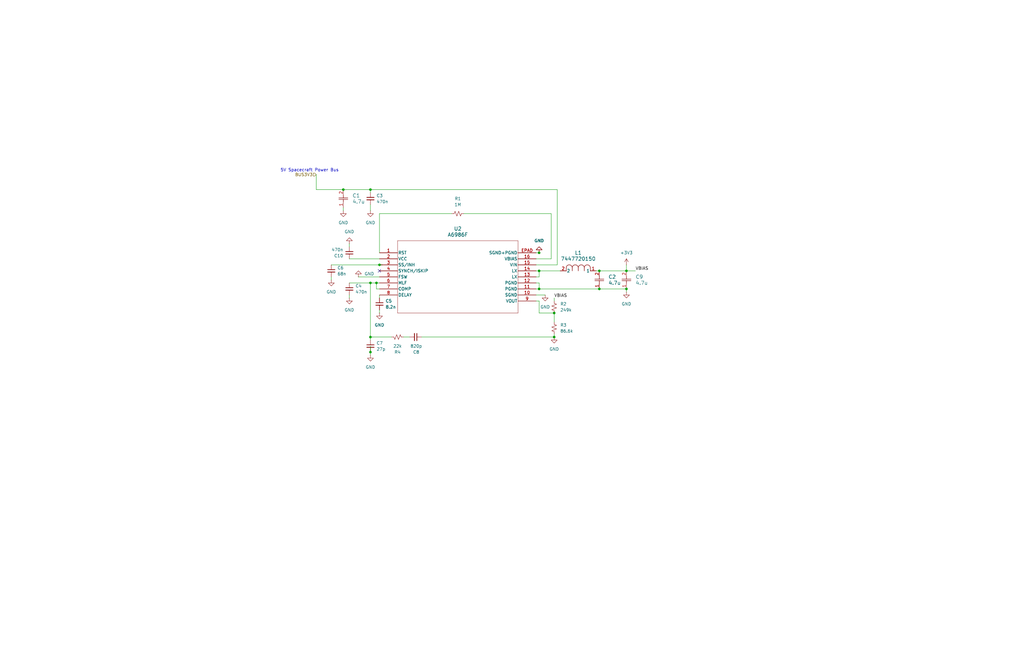
<source format=kicad_sch>
(kicad_sch (version 20231120) (generator "eeschema") (generator_version "8.0")
  (paper "USLedger")
  (lib_symbols
    (symbol "A6986F:A6986F" (pin_names (offset 0.254))
      (property "Reference" "U" (at 33.02 10.16 0))
      (property "Value" "A6986F" (at 33.02 7.62 0))
      (symbol "A6986F_0_1"
        (polyline (pts (xy 7.62 -25.4) (xy 58.42 -25.4)) (stroke (width 0.127)))
        (polyline (pts (xy 7.62 5.08) (xy 7.62 -25.4)) (stroke (width 0.127)))
        (polyline (pts (xy 58.42 -25.4) (xy 58.42 5.08)) (stroke (width 0.127)))
        (polyline (pts (xy 58.42 5.08) (xy 7.62 5.08)) (stroke (width 0.127)))
        (pin unspecified line (at 0 0 0) (length 7.62) (name "RST") (number "1"))
        (pin power_out line (at 66.04 -17.78 180) (length 7.62) (name "SGND") (number "10"))
        (pin power_out line (at 66.04 -15.24 180) (length 7.62) (name "PGND") (number "11"))
        (pin unspecified line (at 66.04 -10.16 180) (length 7.62) (name "LX") (number "13"))
        (pin unspecified line (at 66.04 -7.62 180) (length 7.62) (name "LX") (number "14"))
        (pin unspecified line (at 66.04 -5.08 180) (length 7.62) (name "VIN") (number "15"))
        (pin unspecified line (at 66.04 -2.54 180) (length 7.62) (name "VBIAS") (number "16"))
        (pin unspecified line (at 0 -5.08 0) (length 7.62) (name "SS/INH") (number "3"))
        (pin unspecified line (at 0 -7.62 0) (length 7.62) (name "SYNCH/ISKIP") (number "4"))
        (pin unspecified line (at 0 -10.16 0) (length 7.62) (name "FSW") (number "5"))
        (pin unspecified line (at 0 -12.7 0) (length 7.62) (name "MLF") (number "6"))
        (pin unspecified line (at 0 -15.24 0) (length 7.62) (name "COMP") (number "7"))
        (pin unspecified line (at 0 -17.78 0) (length 7.62) (name "DELAY") (number "8"))
        (pin output line (at 66.04 -20.32 180) (length 7.62) (name "VOUT") (number "9"))
      )
      (symbol "A6986F_1_1"
        (pin passive line (at 66.04 -12.7 180) (length 7.62) (name "PGND") (number "12"))
        (pin passive line (at 0 -2.54 0) (length 7.62) (name "VCC") (number "2"))
        (pin passive line (at 66.04 0 180) (length 7.62) (name "SGND+PGND") (number "EPAD"))
      )
    )
    (symbol "Cin:GRM219R61A475KE34D" (pin_names (offset 0.254))
      (property "Reference" "C" (at 3.81 3.81 0))
      (property "Value" "GRM219R61A475KE34D" (at 3.81 -3.81 0))
      (symbol "GRM219R61A475KE34D_1_1"
        (polyline (pts (xy 2.54 0) (xy 3.4798 0)) (stroke (width 0.2032)))
        (polyline (pts (xy 3.4798 -1.905) (xy 3.4798 1.905)) (stroke (width 0.2032)))
        (polyline (pts (xy 4.1148 -1.905) (xy 4.1148 1.905)) (stroke (width 0.2032)))
        (polyline (pts (xy 4.1148 0) (xy 5.08 0)) (stroke (width 0.2032)))
        (pin passive line (at 0 0 0) (length 2.54) (name "") (number "1"))
        (pin passive line (at 7.62 0 180) (length 2.54) (name "") (number "2"))
      )
      (symbol "GRM219R61A475KE34D_1_2"
        (polyline (pts (xy -1.905 -4.1148) (xy 1.905 -4.1148)) (stroke (width 0.2032)))
        (polyline (pts (xy -1.905 -3.4798) (xy 1.905 -3.4798)) (stroke (width 0.2032)))
        (polyline (pts (xy 0 -4.1148) (xy 0 -5.08)) (stroke (width 0.2032)))
        (polyline (pts (xy 0 -2.54) (xy 0 -3.4798)) (stroke (width 0.2032)))
        (pin unspecified line (at 0 0 270) (length 2.54) (name "") (number "1"))
        (pin unspecified line (at 0 -7.62 90) (length 2.54) (name "") (number "2"))
      )
    )
    (symbol "Cout:GRM155R60J475ME87D" (pin_names (offset 0.254))
      (property "Reference" "C" (at 3.81 3.81 0))
      (property "Value" "GRM155R60J475ME87D" (at 3.81 -3.81 0))
      (symbol "GRM155R60J475ME87D_1_1"
        (polyline (pts (xy 2.54 0) (xy 3.4798 0)) (stroke (width 0.2032)))
        (polyline (pts (xy 3.4798 -1.905) (xy 3.4798 1.905)) (stroke (width 0.2032)))
        (polyline (pts (xy 4.1148 -1.905) (xy 4.1148 1.905)) (stroke (width 0.2032)))
        (polyline (pts (xy 4.1148 0) (xy 5.08 0)) (stroke (width 0.2032)))
        (pin unspecified line (at 0 0 0) (length 2.54) (name "") (number "1"))
        (pin unspecified line (at 7.62 0 180) (length 2.54) (name "") (number "2"))
      )
      (symbol "GRM155R60J475ME87D_1_2"
        (polyline (pts (xy -1.905 -4.1148) (xy 1.905 -4.1148)) (stroke (width 0.2032)))
        (polyline (pts (xy -1.905 -3.4798) (xy 1.905 -3.4798)) (stroke (width 0.2032)))
        (polyline (pts (xy 0 -4.1148) (xy 0 -5.08)) (stroke (width 0.2032)))
        (polyline (pts (xy 0 -2.54) (xy 0 -3.4798)) (stroke (width 0.2032)))
        (pin unspecified line (at 0 0 270) (length 2.54) (name "") (number "1"))
        (pin unspecified line (at 0 -7.62 90) (length 2.54) (name "") (number "2"))
      )
    )
    (symbol "Device:C_Small" (pin_numbers hide) (pin_names (offset 0.254) hide)
      (property "Reference" "C" (at 0.254 1.778 0))
      (property "Value" "C_Small" (at 0.254 -2.032 0))
      (symbol "C_Small_0_1"
        (polyline (pts (xy -1.524 -0.508) (xy 1.524 -0.508)) (stroke (width 0.3302)))
        (polyline (pts (xy -1.524 0.508) (xy 1.524 0.508)) (stroke (width 0.3048)))
      )
      (symbol "C_Small_1_1"
        (pin passive line (at 0 2.54 270) (length 2.032) (name "~") (number "1"))
        (pin passive line (at 0 -2.54 90) (length 2.032) (name "~") (number "2"))
      )
    )
    (symbol "Device:R_Small_US" (pin_numbers hide) (pin_names (offset 0.254) hide)
      (property "Reference" "R" (at 0.762 0.508 0))
      (property "Value" "R_Small_US" (at 0.762 -1.016 0))
      (symbol "R_Small_US_1_1"
        (polyline (pts (xy 0 0) (xy 1.016 -0.381) (xy 0 -0.762) (xy -1.016 -1.143) (xy 0 -1.524)))
        (polyline (pts (xy 0 1.524) (xy 1.016 1.143) (xy 0 0.762) (xy -1.016 0.381) (xy 0 0)))
        (pin passive line (at 0 2.54 270) (length 1.016) (name "~") (number "1"))
        (pin passive line (at 0 -2.54 90) (length 1.016) (name "~") (number "2"))
      )
    )
    (symbol "L1:7447720150" (pin_names (offset 0.254))
      (property "Reference" "L" (at 6.985 5.08 0))
      (property "Value" "7447720150" (at 6.985 -2.54 0))
      (symbol "7447720150_1_1"
        (polyline (pts (xy 2.54 0) (xy 2.54 1.27)) (stroke (width 0.2032)))
        (polyline (pts (xy 5.08 0) (xy 5.08 1.27)) (stroke (width 0.2032)))
        (polyline (pts (xy 7.62 0) (xy 7.62 1.27)) (stroke (width 0.2032)))
        (polyline (pts (xy 10.16 0) (xy 10.16 1.27)) (stroke (width 0.2032)))
        (polyline (pts (xy 12.7 0) (xy 12.7 1.27)) (stroke (width 0.2032)))
        (arc (start 5.08 1.27) (mid 3.81 2.5344) (end 2.54 1.27) (stroke (width 0.2032)))
        (arc (start 7.62 1.27) (mid 6.35 2.5344) (end 5.08 1.27) (stroke (width 0.2032)))
        (arc (start 10.16 1.27) (mid 8.89 2.5344) (end 7.62 1.27) (stroke (width 0.2032)))
        (arc (start 12.7 1.27) (mid 11.43 2.5344) (end 10.16 1.27) (stroke (width 0.2032)))
        (pin unspecified line (at 15.24 0 180) (length 2.54) (name "1") (number "1"))
        (pin unspecified line (at 0 0 0) (length 2.54) (name "2") (number "2"))
      )
      (symbol "7447720150_1_2"
        (arc (start -1.27 5.08) (mid -2.5344 3.81) (end -1.27 2.54) (stroke (width 0.2032)))
        (arc (start -1.27 7.62) (mid -2.5344 6.35) (end -1.27 5.08) (stroke (width 0.2032)))
        (arc (start -1.27 10.16) (mid -2.5344 8.89) (end -1.27 7.62) (stroke (width 0.2032)))
        (arc (start -1.27 12.7) (mid -2.5344 11.43) (end -1.27 10.16) (stroke (width 0.2032)))
        (polyline (pts (xy 0 2.54) (xy -1.27 2.54)) (stroke (width 0.2032)))
        (polyline (pts (xy 0 5.08) (xy -1.27 5.08)) (stroke (width 0.2032)))
        (polyline (pts (xy 0 7.62) (xy -1.27 7.62)) (stroke (width 0.2032)))
        (polyline (pts (xy 0 10.16) (xy -1.27 10.16)) (stroke (width 0.2032)))
        (polyline (pts (xy 0 12.7) (xy -1.27 12.7)) (stroke (width 0.2032)))
        (pin unspecified line (at 0 15.24 270) (length 2.54) (name "1") (number "1"))
        (pin unspecified line (at 0 0 90) (length 2.54) (name "2") (number "2"))
      )
    )
    (symbol "power:+3V3" (power) (pin_numbers hide) (pin_names (offset 0) hide)
      (property "Value" "+3V3" (at 0 5.08 0))
      (symbol "+3V3_0_1"
        (polyline (pts (xy -0.762 1.27) (xy 0 2.54)))
        (polyline (pts (xy 0 0) (xy 0 2.54)))
        (polyline (pts (xy 0 2.54) (xy 0.762 1.27)))
      )
      (symbol "+3V3_1_1"
        (pin power_out line (at 0 0 90) (length 0) (name "~") (number "1"))
      )
    )
    (symbol "power:GND" (power) (pin_numbers hide) (pin_names (offset 0) hide)
      (property "Value" "GND" (at 0 -3.81 0))
      (symbol "GND_0_1"
        (polyline (pts (xy 0 0) (xy 0 -1.27) (xy 1.27 -1.27) (xy 0 -2.54) (xy -1.27 -1.27) (xy 0 -1.27)))
      )
      (symbol "GND_1_1"
        (pin power_in line (at 0 0 270) (length 0) (name "~") (number "1"))
      )
    )
  )
  (junction (at 158.75 119.38))
  (junction (at 144.78 80.01))
  (junction (at 227.33 114.3))
  (junction (at 233.68 132.08))
  (junction (at 156.21 119.38))
  (junction (at 264.16 121.92))
  (junction (at 252.73 121.92))
  (junction (at 227.33 121.92))
  (junction (at 156.21 148.59))
  (junction (at 227.33 106.68))
  (junction (at 156.21 80.01))
  (junction (at 156.21 142.24))
  (junction (at 252.73 114.3))
  (junction (at 160.02 111.76))
  (junction (at 233.68 142.24))
  (junction (at 264.16 114.3))
  (no_connect (at 160.02 114.3))
  (wire (pts (xy 227.33 116.84) (xy 227.33 114.3)))
  (wire (pts (xy 226.06 121.92) (xy 227.33 121.92)))
  (wire (pts (xy 144.78 80.01) (xy 156.21 80.01)))
  (wire (pts (xy 160.02 90.17) (xy 190.5 90.17)))
  (wire (pts (xy 160.02 109.22) (xy 147.32 109.22)))
  (wire (pts (xy 151.13 116.84) (xy 160.02 116.84)))
  (wire (pts (xy 233.68 132.08) (xy 233.68 135.89)))
  (wire (pts (xy 170.18 142.24) (xy 172.72 142.24)))
  (wire (pts (xy 234.95 111.76) (xy 226.06 111.76)))
  (wire (pts (xy 232.41 90.17) (xy 232.41 109.22)))
  (wire (pts (xy 133.35 73.66) (xy 133.35 80.01)))
  (wire (pts (xy 226.06 116.84) (xy 227.33 116.84)))
  (wire (pts (xy 264.16 114.3) (xy 267.97 114.3)))
  (wire (pts (xy 227.33 119.38) (xy 227.33 121.92)))
  (wire (pts (xy 264.16 111.76) (xy 264.16 114.3)))
  (wire (pts (xy 156.21 80.01) (xy 234.95 80.01)))
  (wire (pts (xy 156.21 86.36) (xy 156.21 88.9)))
  (wire (pts (xy 252.73 121.92) (xy 264.16 121.92)))
  (wire (pts (xy 227.33 121.92) (xy 252.73 121.92)))
  (wire (pts (xy 156.21 119.38) (xy 156.21 142.24)))
  (wire (pts (xy 139.7 111.76) (xy 160.02 111.76)))
  (wire (pts (xy 195.58 90.17) (xy 232.41 90.17)))
  (wire (pts (xy 227.33 132.08) (xy 227.33 127)))
  (wire (pts (xy 232.41 109.22) (xy 226.06 109.22)))
  (wire (pts (xy 227.33 132.08) (xy 233.68 132.08)))
  (wire (pts (xy 133.35 80.01) (xy 144.78 80.01)))
  (wire (pts (xy 147.32 119.38) (xy 156.21 119.38)))
  (wire (pts (xy 158.75 119.38) (xy 156.21 119.38)))
  (wire (pts (xy 156.21 142.24) (xy 165.1 142.24)))
  (wire (pts (xy 160.02 124.46) (xy 160.02 125.73)))
  (wire (pts (xy 226.06 124.46) (xy 229.87 124.46)))
  (wire (pts (xy 147.32 104.14) (xy 147.32 102.87)))
  (wire (pts (xy 226.06 106.68) (xy 227.33 106.68)))
  (wire (pts (xy 139.7 116.84) (xy 139.7 118.11)))
  (wire (pts (xy 158.75 121.92) (xy 160.02 121.92)))
  (wire (pts (xy 227.33 127) (xy 226.06 127)))
  (wire (pts (xy 147.32 124.46) (xy 147.32 125.73)))
  (wire (pts (xy 233.68 125.73) (xy 233.68 127)))
  (wire (pts (xy 177.8 142.24) (xy 233.68 142.24)))
  (wire (pts (xy 226.06 114.3) (xy 227.33 114.3)))
  (wire (pts (xy 160.02 130.81) (xy 160.02 132.08)))
  (wire (pts (xy 251.46 114.3) (xy 252.73 114.3)))
  (wire (pts (xy 160.02 111.76) (xy 161.29 111.76)))
  (wire (pts (xy 226.06 119.38) (xy 227.33 119.38)))
  (wire (pts (xy 158.75 119.38) (xy 160.02 119.38)))
  (wire (pts (xy 156.21 81.28) (xy 156.21 80.01)))
  (wire (pts (xy 160.02 106.68) (xy 160.02 90.17)))
  (wire (pts (xy 264.16 121.92) (xy 264.16 123.19)))
  (wire (pts (xy 144.78 87.63) (xy 144.78 88.9)))
  (wire (pts (xy 156.21 146.05) (xy 156.21 148.59)))
  (wire (pts (xy 252.73 114.3) (xy 264.16 114.3)))
  (wire (pts (xy 227.33 114.3) (xy 236.22 114.3)))
  (wire (pts (xy 233.68 140.97) (xy 233.68 142.24)))
  (wire (pts (xy 156.21 143.51) (xy 156.21 142.24)))
  (wire (pts (xy 234.95 80.01) (xy 234.95 111.76)))
  (wire (pts (xy 158.75 119.38) (xy 158.75 121.92)))
  (wire (pts (xy 156.21 149.86) (xy 156.21 148.59)))
  (text "5V Spacecraft Power Bus" (at 130.556 71.882 0) (effects (font (size 1.27 1.27))))
  (label "VBIAS" (at 267.97 114.3 0))
  (label "VBIAS" (at 233.68 125.73 0))
  (hierarchical_label "BUS3V3" (shape input) (at 133.35 73.66 180))
  (symbol (lib_id "Device:R_Small_US") (at 233.68 138.43 0) (unit 1)
    (property "Reference" "R3" (at 236.22 137.1599 0) (effects (justify left)))
    (property "Value" "86.6k" (at 236.22 139.6999 0) (effects (justify left)))
    (property "Description" "Resistor, small US symbol" (effects (hide yes)))
  )
  (symbol (lib_id "power:GND") (at 147.32 125.73 0) (unit 1)
    (property "Reference" "#PWR03" (effects (hide yes)))
    (property "Value" "GND" (at 147.32 130.81 0))
    (property "Description" "Power symbol creates a global label with name \"GND\" , ground" (effects (hide yes)))
  )
  (symbol (lib_id "Device:C_Small") (at 156.21 83.82 0) (unit 1)
    (property "Reference" "C3" (at 158.75 82.5562 0) (effects (justify left)))
    (property "Value" "470n" (at 158.75 85.0962 0) (effects (justify left)))
    (property "Description" "Unpolarized capacitor, small symbol" (effects (hide yes)))
  )
  (symbol (lib_id "power:GND") (at 156.21 88.9 0) (unit 1)
    (property "Reference" "#PWR02" (effects (hide yes)))
    (property "Value" "GND" (at 156.21 93.98 0))
    (property "Description" "Power symbol creates a global label with name \"GND\" , ground" (effects (hide yes)))
  )
  (symbol (lib_id "power:GND") (at 227.33 106.68 180) (unit 1)
    (property "Reference" "#PWR012" (effects (hide yes)))
    (property "Value" "GND" (at 227.33 101.6 0))
    (property "Description" "Power symbol creates a global label with name \"GND\" , ground" (effects (hide yes)))
  )
  (symbol (lib_id "Device:C_Small") (at 147.32 121.92 0) (unit 1)
    (property "Reference" "C4" (at 149.86 120.6562 0) (effects (justify left)))
    (property "Value" "470n" (at 149.86 123.1962 0) (effects (justify left)))
    (property "Description" "Unpolarized capacitor, small symbol" (effects (hide yes)))
  )
  (symbol (lib_id "power:GND") (at 233.68 142.24 0) (unit 1)
    (property "Reference" "#PWR09" (effects (hide yes)))
    (property "Value" "GND" (at 233.68 147.32 0))
    (property "Description" "Power symbol creates a global label with name \"GND\" , ground" (effects (hide yes)))
  )
  (symbol (lib_id "power:GND") (at 229.87 124.46 0) (unit 1)
    (property "Reference" "#PWR013" (effects (hide yes)))
    (property "Value" "GND" (at 229.87 129.54 0))
    (property "Description" "Power symbol creates a global label with name \"GND\" , ground" (effects (hide yes)))
  )
  (symbol (lib_id "power:GND") (at 264.16 123.19 0) (unit 1)
    (property "Reference" "#PWR07" (effects (hide yes)))
    (property "Value" "GND" (at 264.16 128.27 0))
    (property "Description" "Power symbol creates a global label with name \"GND\" , ground" (effects (hide yes)))
  )
  (symbol (lib_id "Device:C_Small") (at 156.21 146.05 0) (unit 1)
    (property "Reference" "C7" (at 158.75 144.7862 0) (effects (justify left)))
    (property "Value" "27p" (at 158.75 147.3262 0) (effects (justify left)))
    (property "Description" "Unpolarized capacitor, small symbol" (effects (hide yes)))
  )
  (symbol (lib_id "Device:C_Small") (at 175.26 142.24 270) (mirror x) (unit 1)
    (property "Reference" "C8" (at 175.514 148.59 90))
    (property "Value" "820p" (at 175.514 146.05 90))
    (property "Description" "Unpolarized capacitor, small symbol" (effects (hide yes)))
  )
  (symbol (lib_id "Device:C_Small") (at 160.02 128.27 0) (unit 1)
    (property "Reference" "C5" (at 162.56 127.0062 0) (effects (justify left)))
    (property "Value" "8.2n" (at 162.56 129.5462 0) (effects (justify left)))
    (property "Description" "Unpolarized capacitor, small symbol" (effects (hide yes)))
  )
  (symbol (lib_id "Device:C_Small") (at 139.7 114.3 0) (unit 1)
    (property "Reference" "C6" (at 142.24 113.0362 0) (effects (justify left)))
    (property "Value" "68n" (at 142.24 115.5762 0) (effects (justify left)))
    (property "Description" "Unpolarized capacitor, small symbol" (effects (hide yes)))
  )
  (symbol (lib_id "Cin:GRM219R61A475KE34D") (at 144.78 87.63 90) (unit 1)
    (property "Reference" "C1" (at 148.59 82.5499 90) (effects (font (size 1.524 1.524)) (justify right)))
    (property "Value" "4.7u" (at 148.59 85.0899 90) (effects (font (size 1.524 1.524)) (justify right)))
    (property "Footprint" "CAP_GRM21_MUR" (effects (hide yes)))
    (property "Datasheet" "GRM219R61A475KE34D" (effects (hide yes)))
  )
  (symbol (lib_id "power:GND") (at 147.32 102.87 180) (unit 1)
    (property "Reference" "#PWR015" (effects (hide yes)))
    (property "Value" "GND" (at 147.32 97.79 0))
    (property "Description" "Power symbol creates a global label with name \"GND\" , ground" (effects (hide yes)))
  )
  (symbol (lib_id "Cout:GRM155R60J475ME87D") (at 252.73 121.92 90) (unit 1)
    (property "Reference" "C2" (at 256.54 116.8399 90) (effects (font (size 1.524 1.524)) (justify right)))
    (property "Value" "4.7u" (at 256.54 119.3799 90) (effects (font (size 1.524 1.524)) (justify right)))
    (property "Footprint" "CAP_GRM15-5_MUR" (effects (hide yes)))
    (property "Datasheet" "GRM155R60J475ME87D" (effects (hide yes)))
  )
  (symbol (lib_id "Device:R_Small_US") (at 233.68 129.54 0) (unit 1)
    (property "Reference" "R2" (at 236.22 128.2699 0) (effects (justify left)))
    (property "Value" "249k" (at 236.22 130.8099 0) (effects (justify left)))
    (property "Description" "Resistor, small US symbol" (effects (hide yes)))
  )
  (symbol (lib_id "power:GND") (at 151.13 116.84 180) (unit 1)
    (property "Reference" "#PWR06" (effects (hide yes)))
    (property "Value" "GND" (at 153.67 115.5699 0) (effects (justify right)))
    (property "Description" "Power symbol creates a global label with name \"GND\" , ground" (effects (hide yes)))
  )
  (symbol (lib_id "Device:R_Small_US") (at 167.64 142.24 90) (mirror x) (unit 1)
    (property "Reference" "R4" (at 167.64 148.59 90))
    (property "Value" "22k" (at 167.64 146.05 90))
    (property "Description" "Resistor, small US symbol" (effects (hide yes)))
  )
  (symbol (lib_id "A6986F:A6986F") (at 160.02 106.68 0) (unit 1)
    (property "Reference" "U2" (at 193.04 96.52 0) (effects (font (size 1.524 1.524))))
    (property "Value" "A6986F" (at 193.04 99.06 0) (effects (font (size 1.524 1.524))))
    (property "Footprint" "HTSSOP_986F_STM" (effects (hide yes)))
    (property "Datasheet" "A6986F" (effects (hide yes)))
  )
  (symbol (lib_id "L1:7447720150") (at 236.22 114.3 0) (unit 1)
    (property "Reference" "L1" (at 243.84 106.68 0) (effects (font (size 1.524 1.524))))
    (property "Value" "7447720150" (at 243.84 109.22 0) (effects (font (size 1.524 1.524))))
    (property "Footprint" "IND_8095-WE-TI_8p3x10x5_WRE" (effects (hide yes)))
    (property "Datasheet" "7447720150" (effects (hide yes)))
  )
  (symbol (lib_id "Cout:GRM155R60J475ME87D") (at 264.16 121.92 90) (unit 1)
    (property "Reference" "C9" (at 267.97 116.8399 90) (effects (font (size 1.524 1.524)) (justify right)))
    (property "Value" "4.7u" (at 267.97 119.3799 90) (effects (font (size 1.524 1.524)) (justify right)))
    (property "Footprint" "CAP_GRM15-5_MUR" (effects (hide yes)))
    (property "Datasheet" "GRM155R60J475ME87D" (effects (hide yes)))
  )
  (symbol (lib_id "power:GND") (at 144.78 88.9 0) (unit 1)
    (property "Reference" "#PWR01" (effects (hide yes)))
    (property "Value" "GND" (at 144.78 93.98 0))
    (property "Description" "Power symbol creates a global label with name \"GND\" , ground" (effects (hide yes)))
  )
  (symbol (lib_id "Device:C_Small") (at 147.32 106.68 180) (unit 1)
    (property "Reference" "C10" (at 144.78 107.9438 0) (effects (justify left)))
    (property "Value" "470n" (at 144.78 105.4038 0) (effects (justify left)))
    (property "Description" "Unpolarized capacitor, small symbol" (effects (hide yes)))
  )
  (symbol (lib_id "power:GND") (at 227.33 106.68 180) (unit 1)
    (property "Reference" "#PWR010" (effects (hide yes)))
    (property "Value" "GND" (at 227.33 101.6 0))
    (property "Description" "Power symbol creates a global label with name \"GND\" , ground" (effects (hide yes)))
  )
  (symbol (lib_id "power:GND") (at 160.02 132.08 0) (unit 1)
    (property "Reference" "#PWR04" (effects (hide yes)))
    (property "Value" "GND" (at 160.02 137.16 0))
    (property "Description" "Power symbol creates a global label with name \"GND\" , ground" (effects (hide yes)))
  )
  (symbol (lib_id "power:GND") (at 139.7 118.11 0) (unit 1)
    (property "Reference" "#PWR05" (effects (hide yes)))
    (property "Value" "GND" (at 139.7 123.19 0))
    (property "Description" "Power symbol creates a global label with name \"GND\" , ground" (effects (hide yes)))
  )
  (symbol (lib_id "power:+3V3") (at 264.16 111.76 0) (unit 1)
    (property "Reference" "#PWR011" (effects (hide yes)))
    (property "Value" "+3V3" (at 264.16 106.68 0))
    (property "Description" "Power symbol creates a global label with name \"+3V3\"" (effects (hide yes)))
  )
  (symbol (lib_id "power:GND") (at 156.21 149.86 0) (unit 1)
    (property "Reference" "#PWR08" (effects (hide yes)))
    (property "Value" "GND" (at 156.21 154.94 0))
    (property "Description" "Power symbol creates a global label with name \"GND\" , ground" (effects (hide yes)))
  )
  (symbol (lib_id "Device:R_Small_US") (at 193.04 90.17 90) (unit 1)
    (property "Reference" "R1" (at 193.04 83.82 90))
    (property "Value" "1M" (at 193.04 86.36 90))
    (property "Description" "Resistor, small US symbol" (effects (hide yes)))
  )
)
</source>
